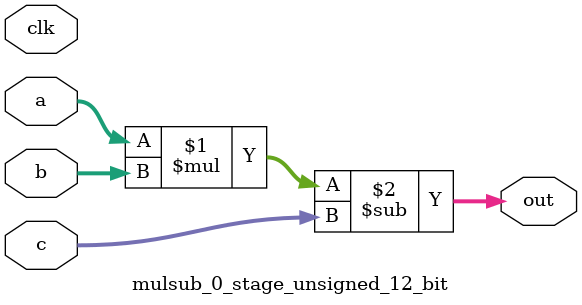
<source format=sv>
(* use_dsp = "yes" *) module mulsub_0_stage_unsigned_12_bit(
	input  [11:0] a,
	input  [11:0] b,
	input  [11:0] c,
	output [11:0] out,
	input clk);

	assign out = (a * b) - c;
endmodule

</source>
